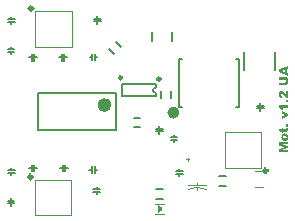
<source format=gto>
G04*
G04 #@! TF.GenerationSoftware,Altium Limited,Altium Designer,18.0.12 (696)*
G04*
G04 Layer_Color=65535*
%FSAX24Y24*%
%MOIN*%
G70*
G01*
G75*
%ADD10C,0.0118*%
%ADD11C,0.0039*%
%ADD12C,0.0197*%
%ADD13C,0.0059*%
%ADD14C,0.0236*%
%ADD15C,0.0098*%
%ADD16C,0.0050*%
%ADD17C,0.0079*%
G36*
X017114Y012112D02*
Y012236D01*
X017134D01*
Y011941D01*
X017114D01*
Y012075D01*
X016985Y011946D01*
Y012241D01*
X017114Y012112D01*
D02*
G37*
G36*
X021334Y016753D02*
X021285Y016738D01*
Y016634D01*
X021334Y016619D01*
Y016525D01*
X021035Y016637D01*
Y016738D01*
X021334Y016851D01*
Y016753D01*
D02*
G37*
G36*
X021223Y016494D02*
X021229Y016493D01*
X021237Y016492D01*
X021245Y016491D01*
X021254Y016488D01*
X021263Y016485D01*
X021264Y016485D01*
X021267Y016484D01*
X021272Y016482D01*
X021277Y016479D01*
X021284Y016476D01*
X021291Y016471D01*
X021298Y016466D01*
X021305Y016460D01*
X021305Y016459D01*
X021308Y016457D01*
X021311Y016453D01*
X021315Y016448D01*
X021319Y016443D01*
X021323Y016437D01*
X021327Y016430D01*
X021330Y016423D01*
Y016422D01*
X021330Y016422D01*
X021331Y016420D01*
X021331Y016418D01*
X021332Y016412D01*
X021334Y016404D01*
X021336Y016395D01*
X021338Y016384D01*
X021339Y016371D01*
X021339Y016358D01*
Y016350D01*
X021339Y016344D01*
Y016337D01*
X021338Y016329D01*
X021338Y016320D01*
X021336Y016310D01*
Y016309D01*
X021336Y016306D01*
X021335Y016301D01*
X021334Y016295D01*
X021332Y016288D01*
X021330Y016281D01*
X021327Y016274D01*
X021324Y016267D01*
X021324Y016267D01*
X021323Y016264D01*
X021320Y016261D01*
X021317Y016257D01*
X021314Y016252D01*
X021309Y016246D01*
X021304Y016241D01*
X021298Y016236D01*
X021298Y016235D01*
X021296Y016233D01*
X021292Y016231D01*
X021288Y016227D01*
X021283Y016225D01*
X021277Y016221D01*
X021270Y016218D01*
X021264Y016215D01*
X021263D01*
X021263Y016215D01*
X021259Y016214D01*
X021254Y016213D01*
X021247Y016211D01*
X021239Y016210D01*
X021230Y016208D01*
X021222Y016208D01*
X021213Y016207D01*
X021035D01*
Y016299D01*
X021218D01*
X021219D01*
X021222D01*
X021226Y016300D01*
X021232Y016301D01*
X021238Y016303D01*
X021244Y016305D01*
X021251Y016308D01*
X021256Y016313D01*
X021257Y016313D01*
X021259Y016315D01*
X021260Y016318D01*
X021263Y016322D01*
X021266Y016328D01*
X021267Y016335D01*
X021269Y016342D01*
X021270Y016351D01*
Y016355D01*
X021269Y016359D01*
X021268Y016365D01*
X021266Y016370D01*
X021264Y016377D01*
X021261Y016382D01*
X021256Y016388D01*
X021256Y016389D01*
X021254Y016390D01*
X021251Y016393D01*
X021247Y016395D01*
X021241Y016397D01*
X021235Y016400D01*
X021226Y016401D01*
X021218Y016402D01*
X021035D01*
Y016494D01*
X021213D01*
X021214D01*
X021218D01*
X021223Y016494D01*
D02*
G37*
G36*
X021334Y015769D02*
X021334D01*
X021332D01*
X021331Y015770D01*
X021328Y015770D01*
X021324Y015771D01*
X021321Y015771D01*
X021312Y015774D01*
X021301Y015777D01*
X021289Y015782D01*
X021277Y015787D01*
X021265Y015795D01*
X021264D01*
X021263Y015796D01*
X021262Y015797D01*
X021259Y015799D01*
X021256Y015802D01*
X021252Y015805D01*
X021248Y015809D01*
X021243Y015813D01*
X021237Y015818D01*
X021232Y015824D01*
X021225Y015831D01*
X021218Y015839D01*
X021211Y015847D01*
X021204Y015855D01*
X021196Y015865D01*
X021188Y015876D01*
X021187Y015877D01*
X021187Y015878D01*
X021185Y015880D01*
X021183Y015882D01*
X021179Y015888D01*
X021172Y015896D01*
X021166Y015904D01*
X021159Y015912D01*
X021153Y015918D01*
X021150Y015921D01*
X021147Y015923D01*
X021146Y015924D01*
X021145Y015925D01*
X021142Y015927D01*
X021138Y015928D01*
X021134Y015930D01*
X021130Y015932D01*
X021124Y015933D01*
X021120Y015934D01*
X021119D01*
X021118D01*
X021115Y015933D01*
X021112Y015933D01*
X021108Y015931D01*
X021104Y015929D01*
X021100Y015927D01*
X021096Y015923D01*
X021096Y015923D01*
X021095Y015922D01*
X021093Y015919D01*
X021091Y015916D01*
X021089Y015913D01*
X021088Y015908D01*
X021087Y015904D01*
X021086Y015898D01*
Y015895D01*
X021087Y015892D01*
X021088Y015889D01*
X021089Y015885D01*
X021091Y015880D01*
X021093Y015876D01*
X021097Y015872D01*
X021097Y015871D01*
X021099Y015870D01*
X021101Y015869D01*
X021105Y015867D01*
X021110Y015865D01*
X021116Y015862D01*
X021123Y015861D01*
X021132Y015859D01*
X021126Y015775D01*
X021125D01*
X021124D01*
X021122Y015776D01*
X021120Y015776D01*
X021114Y015778D01*
X021105Y015779D01*
X021097Y015782D01*
X021088Y015784D01*
X021079Y015788D01*
X021071Y015793D01*
X021070Y015793D01*
X021067Y015795D01*
X021064Y015798D01*
X021059Y015802D01*
X021055Y015808D01*
X021050Y015814D01*
X021044Y015821D01*
X021040Y015829D01*
X021040Y015831D01*
X021039Y015834D01*
X021037Y015839D01*
X021035Y015847D01*
X021033Y015856D01*
X021031Y015867D01*
X021030Y015881D01*
X021029Y015896D01*
Y015903D01*
X021030Y015907D01*
Y015911D01*
X021031Y015920D01*
X021032Y015931D01*
X021034Y015943D01*
X021036Y015954D01*
X021040Y015964D01*
Y015964D01*
X021040Y015965D01*
X021042Y015968D01*
X021044Y015972D01*
X021047Y015978D01*
X021051Y015984D01*
X021057Y015990D01*
X021063Y015996D01*
X021070Y016002D01*
X021072Y016003D01*
X021074Y016005D01*
X021078Y016007D01*
X021084Y016010D01*
X021091Y016012D01*
X021099Y016014D01*
X021108Y016016D01*
X021117Y016017D01*
X021118D01*
X021118D01*
X021122D01*
X021127Y016016D01*
X021134Y016015D01*
X021142Y016013D01*
X021150Y016010D01*
X021160Y016006D01*
X021169Y016000D01*
X021171Y016000D01*
X021173Y015998D01*
X021179Y015993D01*
X021186Y015987D01*
X021194Y015979D01*
X021203Y015969D01*
X021208Y015963D01*
X021213Y015957D01*
X021218Y015949D01*
X021224Y015942D01*
X021225Y015941D01*
X021227Y015938D01*
X021230Y015934D01*
X021233Y015928D01*
X021241Y015917D01*
X021245Y015912D01*
X021248Y015908D01*
X021249Y015908D01*
X021249Y015907D01*
X021251Y015905D01*
X021253Y015903D01*
X021259Y015896D01*
X021266Y015888D01*
Y016019D01*
X021334D01*
Y015769D01*
D02*
G37*
G36*
Y015644D02*
X021251D01*
Y015733D01*
X021334D01*
Y015644D01*
D02*
G37*
G36*
Y015461D02*
X021135D01*
X021135Y015460D01*
X021137Y015458D01*
X021140Y015454D01*
X021144Y015449D01*
X021148Y015442D01*
X021152Y015436D01*
X021160Y015422D01*
X021161Y015421D01*
X021162Y015418D01*
X021164Y015414D01*
X021166Y015408D01*
X021169Y015401D01*
X021172Y015393D01*
X021175Y015384D01*
X021178Y015374D01*
X021110D01*
Y015374D01*
X021110Y015376D01*
X021109Y015378D01*
X021108Y015381D01*
X021107Y015384D01*
X021105Y015388D01*
X021101Y015398D01*
X021096Y015408D01*
X021091Y015419D01*
X021085Y015430D01*
X021078Y015439D01*
X021077Y015441D01*
X021074Y015444D01*
X021070Y015448D01*
X021065Y015453D01*
X021058Y015459D01*
X021049Y015465D01*
X021040Y015471D01*
X021029Y015476D01*
Y015545D01*
X021334D01*
Y015461D01*
D02*
G37*
G36*
Y015248D02*
Y015175D01*
X021118Y015085D01*
Y015171D01*
X021255Y015213D01*
X021118Y015257D01*
Y015341D01*
X021334Y015248D01*
D02*
G37*
G36*
Y014831D02*
X021251D01*
Y014919D01*
X021334D01*
Y014831D01*
D02*
G37*
G36*
X021333Y014793D02*
X021334Y014791D01*
X021334Y014789D01*
X021335Y014783D01*
X021336Y014775D01*
X021337Y014767D01*
X021338Y014757D01*
X021339Y014747D01*
X021339Y014736D01*
Y014731D01*
X021339Y014726D01*
X021338Y014719D01*
X021338Y014711D01*
X021336Y014704D01*
X021334Y014696D01*
X021332Y014690D01*
X021331Y014690D01*
X021330Y014688D01*
X021328Y014685D01*
X021326Y014682D01*
X021323Y014679D01*
X021318Y014675D01*
X021313Y014672D01*
X021308Y014669D01*
X021307D01*
X021305Y014668D01*
X021301Y014666D01*
X021295Y014665D01*
X021288Y014664D01*
X021279Y014663D01*
X021268Y014662D01*
X021255Y014662D01*
X021179D01*
Y014631D01*
X021118D01*
Y014662D01*
X021078D01*
X021035Y014745D01*
X021118D01*
Y014791D01*
X021179D01*
Y014745D01*
X021256D01*
X021256D01*
X021258D01*
X021260D01*
X021263Y014746D01*
X021269Y014747D01*
X021272Y014747D01*
X021274Y014748D01*
X021275Y014748D01*
X021277Y014751D01*
X021279Y014756D01*
X021280Y014759D01*
X021281Y014762D01*
Y014764D01*
X021280Y014766D01*
Y014769D01*
X021279Y014772D01*
X021278Y014777D01*
X021277Y014782D01*
X021275Y014788D01*
X021333Y014794D01*
Y014793D01*
D02*
G37*
G36*
X021233Y014604D02*
X021238Y014604D01*
X021243Y014603D01*
X021248Y014602D01*
X021254Y014601D01*
X021267Y014597D01*
X021274Y014594D01*
X021281Y014591D01*
X021288Y014587D01*
X021295Y014582D01*
X021301Y014577D01*
X021308Y014571D01*
X021308Y014571D01*
X021309Y014570D01*
X021311Y014568D01*
X021313Y014565D01*
X021315Y014562D01*
X021317Y014558D01*
X021320Y014553D01*
X021323Y014547D01*
X021327Y014541D01*
X021330Y014535D01*
X021332Y014527D01*
X021334Y014518D01*
X021336Y014510D01*
X021338Y014501D01*
X021339Y014490D01*
X021339Y014480D01*
Y014475D01*
X021339Y014471D01*
Y014467D01*
X021338Y014461D01*
X021337Y014456D01*
X021336Y014450D01*
X021333Y014436D01*
X021328Y014422D01*
X021321Y014408D01*
X021317Y014402D01*
X021313Y014395D01*
X021312Y014395D01*
X021311Y014393D01*
X021309Y014392D01*
X021307Y014389D01*
X021304Y014386D01*
X021300Y014383D01*
X021295Y014379D01*
X021290Y014376D01*
X021284Y014372D01*
X021278Y014369D01*
X021270Y014365D01*
X021263Y014362D01*
X021255Y014359D01*
X021246Y014358D01*
X021237Y014357D01*
X021227Y014356D01*
X021226D01*
X021225D01*
X021222D01*
X021218Y014357D01*
X021214Y014357D01*
X021209Y014358D01*
X021204Y014359D01*
X021198Y014360D01*
X021185Y014364D01*
X021178Y014367D01*
X021171Y014370D01*
X021164Y014374D01*
X021157Y014378D01*
X021151Y014384D01*
X021145Y014389D01*
X021144Y014390D01*
X021144Y014391D01*
X021142Y014393D01*
X021139Y014396D01*
X021137Y014399D01*
X021134Y014403D01*
X021131Y014408D01*
X021129Y014413D01*
X021126Y014419D01*
X021123Y014426D01*
X021120Y014433D01*
X021118Y014441D01*
X021115Y014450D01*
X021114Y014459D01*
X021113Y014469D01*
X021112Y014479D01*
Y014486D01*
X021113Y014490D01*
X021114Y014495D01*
X021114Y014502D01*
X021115Y014509D01*
X021117Y014516D01*
X021122Y014532D01*
X021124Y014540D01*
X021129Y014548D01*
X021133Y014556D01*
X021138Y014564D01*
X021144Y014571D01*
X021150Y014578D01*
X021151Y014578D01*
X021152Y014579D01*
X021153Y014580D01*
X021156Y014582D01*
X021159Y014584D01*
X021163Y014586D01*
X021171Y014592D01*
X021182Y014596D01*
X021195Y014601D01*
X021209Y014604D01*
X021217Y014605D01*
X021225D01*
X021226D01*
X021228D01*
X021230D01*
X021233Y014604D01*
D02*
G37*
G36*
X021334Y014237D02*
X021106D01*
X021334Y014179D01*
Y014109D01*
X021106Y014052D01*
X021334D01*
Y013976D01*
X021035D01*
Y014098D01*
X021217Y014144D01*
X021035Y014191D01*
Y014313D01*
X021334D01*
Y014237D01*
D02*
G37*
%LPC*%
G36*
X021220Y016719D02*
X021112Y016687D01*
X021220Y016654D01*
Y016719D01*
D02*
G37*
G36*
X021226Y014521D02*
X021225D01*
X021225D01*
X021221D01*
X021216Y014521D01*
X021210Y014520D01*
X021203Y014518D01*
X021196Y014516D01*
X021190Y014513D01*
X021184Y014509D01*
X021183Y014509D01*
X021182Y014507D01*
X021179Y014505D01*
X021176Y014501D01*
X021174Y014497D01*
X021172Y014493D01*
X021170Y014487D01*
X021169Y014481D01*
Y014478D01*
X021170Y014475D01*
X021171Y014471D01*
X021173Y014465D01*
X021176Y014461D01*
X021179Y014456D01*
X021184Y014451D01*
X021184Y014450D01*
X021186Y014449D01*
X021190Y014448D01*
X021194Y014445D01*
X021201Y014443D01*
X021207Y014441D01*
X021216Y014440D01*
X021226Y014440D01*
X021227D01*
X021228D01*
X021231D01*
X021236Y014440D01*
X021243Y014441D01*
X021250Y014442D01*
X021257Y014444D01*
X021264Y014447D01*
X021270Y014451D01*
X021270Y014452D01*
X021272Y014453D01*
X021274Y014456D01*
X021277Y014459D01*
X021279Y014463D01*
X021281Y014468D01*
X021283Y014474D01*
X021283Y014480D01*
Y014483D01*
X021283Y014487D01*
X021282Y014491D01*
X021280Y014495D01*
X021278Y014501D01*
X021275Y014505D01*
X021270Y014510D01*
X021270Y014510D01*
X021267Y014512D01*
X021264Y014513D01*
X021259Y014516D01*
X021254Y014518D01*
X021245Y014520D01*
X021236Y014521D01*
X021226Y014521D01*
D02*
G37*
%LPD*%
D10*
X012806Y013156D02*
G03*
X012806Y013156I-000059J000000D01*
G01*
X017029Y016374D02*
G03*
X017026Y016373I-000003J000038D01*
G01*
X012824Y018772D02*
G03*
X012824Y018772I-000059J000000D01*
G01*
X020640Y013365D02*
G03*
X020640Y013365I-000059J000000D01*
G01*
D11*
X018604Y012740D02*
G03*
X018009Y012745I-000303J-000648D01*
G01*
X020226Y012831D02*
X020491D01*
X020221Y013366D02*
X020491D01*
X014108Y011882D02*
Y013063D01*
X012888Y011882D02*
Y013063D01*
Y011882D02*
X014108D01*
X012888Y013063D02*
X014108D01*
X017925Y013743D02*
X018045D01*
X017985Y013693D02*
Y013793D01*
X018305Y012883D02*
Y012943D01*
Y012723D02*
Y012803D01*
X018005Y012883D02*
X018605D01*
X016912Y012266D02*
X017203D01*
X016902Y011911D02*
X017193D01*
X014126Y017498D02*
Y018679D01*
X012906Y017498D02*
Y018679D01*
Y017498D02*
X014126D01*
X012906Y018679D02*
X014126D01*
X019220Y013459D02*
Y014640D01*
X020441Y013459D02*
Y014640D01*
X019220D02*
X020441D01*
X019220Y013459D02*
X020441D01*
D12*
X017611Y015299D02*
G03*
X017611Y015299I-000100J000000D01*
G01*
D13*
X016923Y016140D02*
G03*
X016923Y015953I000000J-000093D01*
G01*
X019611Y017099D02*
X019711D01*
X019611Y015499D02*
X019711D01*
X017711Y017099D02*
X017811D01*
X017711Y015499D02*
Y017099D01*
Y015499D02*
X017811D01*
X019711D02*
Y017099D01*
X015801Y016239D02*
X016923D01*
X015801Y015849D02*
Y016239D01*
Y015849D02*
X016923D01*
Y016139D02*
Y016239D01*
Y015849D02*
Y015953D01*
X020898Y016728D02*
Y017319D01*
X019874Y016728D02*
Y017319D01*
D14*
X015331Y015555D02*
G03*
X015331Y015555I-000118J000000D01*
G01*
D15*
X015793Y016461D02*
G03*
X015793Y016461I-000049J000000D01*
G01*
D16*
X012696Y013450D02*
X012784Y013450D01*
Y013348D02*
Y013568D01*
X012863Y013348D02*
Y013568D01*
Y013450D02*
X012952Y013450D01*
X012100Y013460D02*
X012100Y013371D01*
X011998D02*
X012218D01*
X011998Y013293D02*
X012218D01*
X012100D02*
X012100Y013204D01*
X016941Y012752D02*
X017157D01*
X016941Y012427D02*
X017157D01*
X017696Y013434D02*
X017696Y013346D01*
X017594D02*
X017814D01*
X017594Y013267D02*
X017814D01*
X017696D02*
X017696Y013178D01*
X014959Y012662D02*
X014959Y012574D01*
X014841Y012662D02*
X015061D01*
X014841Y012741D02*
X015061D01*
X014959Y012829D02*
X014959Y012741D01*
X013727Y013440D02*
X013816Y013440D01*
Y013339D02*
Y013558D01*
X013894Y013339D02*
Y013558D01*
Y013440D02*
X013983Y013440D01*
X012092Y012450D02*
X012092Y012361D01*
X011990D02*
X012210D01*
X011990Y012283D02*
X012210D01*
X012092D02*
X012092Y012194D01*
X017044Y014842D02*
X017044Y014753D01*
X016943D02*
X017163D01*
X016943Y014674D02*
X017163D01*
X017044D02*
X017044Y014586D01*
X017417Y015799D02*
Y016016D01*
X017093Y015799D02*
Y016016D01*
X013879Y017139D02*
X013968Y017139D01*
X013879Y017020D02*
Y017240D01*
X013800Y017020D02*
Y017240D01*
X013712Y017139D02*
X013800Y017139D01*
X012100Y018497D02*
X012100Y018409D01*
X011998D02*
X012218D01*
X011998Y018330D02*
X012218D01*
X012100D02*
X012100Y018241D01*
X017527Y014560D02*
X017527Y014472D01*
X017425D02*
X017645D01*
X017425Y014393D02*
X017645Y014393D01*
X017527D02*
X017527Y014304D01*
X016183Y014811D02*
X016400D01*
X016183Y015136D02*
X016400D01*
X020403Y015615D02*
X020403Y015527D01*
X020301D02*
X020521D01*
X020301Y015448D02*
X020521D01*
X020403D02*
X020403Y015360D01*
X014976Y018509D02*
X014976Y018421D01*
X014874D02*
X015094D01*
X014874Y018342D02*
X015094D01*
X014976D02*
X014976Y018253D01*
X012869Y017139D02*
X012958Y017139D01*
X012869Y017020D02*
Y017240D01*
X012791Y017020D02*
Y017240D01*
X012702Y017139D02*
X012791Y017139D01*
X012094Y017495D02*
X012094Y017407D01*
X011992D02*
X012212D01*
X011992Y017328D02*
X012212D01*
X012094D02*
X012094Y017239D01*
X019043Y013179D02*
X019260D01*
X019043Y012854D02*
X019260D01*
X014713Y013393D02*
X014802Y013393D01*
Y013291D02*
Y013511D01*
X014881Y013291D02*
Y013511D01*
Y013393D02*
X014969Y013393D01*
X015368Y017419D02*
X015521Y017266D01*
X015598Y017649D02*
X015751Y017496D01*
X014717Y017143D02*
X014806Y017143D01*
Y017041D02*
Y017261D01*
X014885Y017041D02*
Y017261D01*
Y017143D02*
X014973Y017143D01*
D17*
X017469Y017671D02*
Y017986D01*
X016799Y017671D02*
Y017986D01*
X013008Y014728D02*
Y015949D01*
X015606Y014728D02*
Y015949D01*
X013008Y014728D02*
X015606D01*
X013008Y015949D02*
X015606D01*
M02*

</source>
